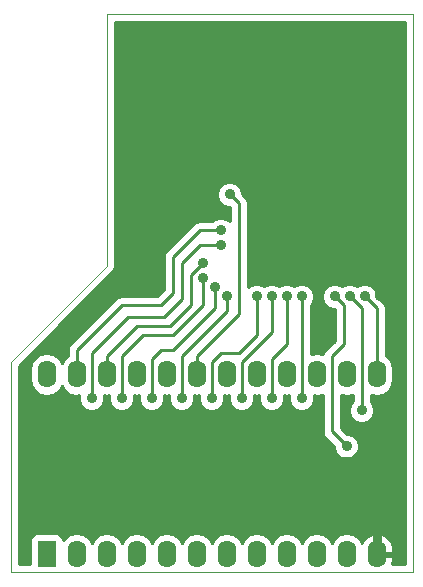
<source format=gbl>
G04 (created by PCBNEW (2013-07-07 BZR 4022)-stable) date 10/10/2019 9:23:04 PM*
%MOIN*%
G04 Gerber Fmt 3.4, Leading zero omitted, Abs format*
%FSLAX34Y34*%
G01*
G70*
G90*
G04 APERTURE LIST*
%ADD10C,0.00590551*%
%ADD11C,0.00393701*%
%ADD12R,0.062X0.09*%
%ADD13O,0.062X0.09*%
%ADD14C,0.035*%
%ADD15C,0.01*%
%ADD16C,0.03*%
G04 APERTURE END LIST*
G54D10*
G54D11*
X77300Y-60200D02*
X75700Y-61800D01*
X77300Y-51800D02*
X77500Y-51800D01*
X77300Y-60200D02*
X77300Y-51800D01*
X87500Y-70400D02*
X74100Y-70400D01*
X74100Y-63400D02*
X74100Y-70400D01*
X75700Y-61800D02*
X74100Y-63400D01*
X87500Y-51800D02*
X77500Y-51800D01*
X87500Y-70400D02*
X87500Y-51800D01*
G54D12*
X75300Y-69800D03*
G54D13*
X76300Y-69800D03*
X77300Y-69800D03*
X78300Y-69800D03*
X79300Y-69800D03*
X80300Y-69800D03*
X81300Y-69800D03*
X82300Y-69800D03*
X83300Y-69800D03*
X84300Y-69800D03*
X85300Y-69800D03*
X86300Y-69800D03*
X86300Y-63800D03*
X85300Y-63800D03*
X84300Y-63800D03*
X83300Y-63800D03*
X82300Y-63800D03*
X81300Y-63800D03*
X80300Y-63800D03*
X79300Y-63800D03*
X78300Y-63800D03*
X77300Y-63800D03*
X76300Y-63800D03*
X75300Y-63800D03*
G54D14*
X83800Y-61200D03*
X83800Y-64600D03*
X82800Y-64600D03*
X83300Y-61200D03*
X81400Y-57800D03*
X81800Y-64600D03*
X82800Y-61200D03*
X80800Y-64600D03*
X82300Y-61200D03*
X79800Y-64600D03*
X81300Y-61200D03*
X80900Y-60900D03*
X78800Y-64600D03*
X77800Y-64600D03*
X80500Y-60600D03*
X76800Y-64600D03*
X81100Y-59500D03*
X81100Y-59000D03*
X80500Y-60100D03*
X85800Y-65000D03*
X85400Y-61200D03*
X84900Y-61200D03*
X85300Y-66200D03*
X85900Y-61200D03*
X75300Y-66000D03*
X86400Y-61200D03*
G54D15*
X83800Y-62700D02*
X83800Y-61200D01*
X83800Y-64600D02*
X83800Y-62700D01*
X82800Y-64600D02*
X82800Y-63300D01*
X83300Y-62800D02*
X83300Y-61200D01*
X82800Y-63300D02*
X83300Y-62800D01*
X81700Y-58400D02*
X81700Y-58100D01*
X80300Y-63800D02*
X80300Y-63200D01*
X81700Y-61800D02*
X81700Y-58500D01*
X80300Y-63200D02*
X81700Y-61800D01*
X81700Y-58400D02*
X81700Y-58500D01*
X81700Y-58100D02*
X81400Y-57800D01*
X81800Y-64600D02*
X81800Y-63400D01*
X82800Y-62400D02*
X82800Y-61200D01*
X81800Y-63400D02*
X82800Y-62400D01*
X80800Y-64600D02*
X80800Y-63400D01*
X80800Y-63400D02*
X81100Y-63100D01*
X81100Y-63100D02*
X81700Y-63100D01*
X81700Y-63100D02*
X82300Y-62500D01*
X82300Y-62500D02*
X82300Y-61200D01*
X79800Y-64600D02*
X79800Y-63200D01*
X81300Y-61700D02*
X81300Y-61200D01*
X79800Y-63200D02*
X81300Y-61700D01*
X80900Y-61600D02*
X80900Y-60900D01*
X79500Y-63000D02*
X80900Y-61600D01*
X79100Y-63000D02*
X79500Y-63000D01*
X78800Y-63300D02*
X79100Y-63000D01*
X78800Y-64600D02*
X78800Y-63300D01*
X77800Y-64600D02*
X77800Y-63200D01*
X77800Y-63200D02*
X78500Y-62500D01*
X78500Y-62500D02*
X79500Y-62500D01*
X79500Y-62500D02*
X80500Y-61500D01*
X80500Y-61500D02*
X80500Y-60600D01*
X79800Y-60100D02*
X80400Y-59500D01*
X80400Y-59500D02*
X81100Y-59500D01*
X76800Y-64600D02*
X76800Y-63100D01*
X76800Y-63100D02*
X78000Y-61900D01*
X78000Y-61900D02*
X79200Y-61900D01*
X79200Y-61900D02*
X79800Y-61300D01*
X79800Y-61300D02*
X79800Y-60200D01*
X79800Y-60200D02*
X79800Y-60100D01*
X79500Y-60000D02*
X79500Y-59900D01*
X76300Y-63000D02*
X76300Y-63800D01*
X79500Y-61100D02*
X79500Y-60000D01*
X79100Y-61500D02*
X79500Y-61100D01*
X77800Y-61500D02*
X79100Y-61500D01*
X76300Y-63000D02*
X77800Y-61500D01*
X80400Y-59000D02*
X81100Y-59000D01*
X79500Y-59900D02*
X80400Y-59000D01*
X80100Y-61500D02*
X80100Y-60500D01*
X77300Y-63200D02*
X77300Y-63800D01*
X79400Y-62200D02*
X80100Y-61500D01*
X78300Y-62200D02*
X79400Y-62200D01*
X77300Y-63200D02*
X78300Y-62200D01*
X80100Y-60500D02*
X80500Y-60100D01*
X85800Y-61600D02*
X85800Y-65000D01*
X85400Y-61200D02*
X85800Y-61600D01*
X84900Y-61200D02*
X85200Y-61500D01*
X85200Y-61500D02*
X85200Y-62800D01*
X85200Y-62800D02*
X84800Y-63200D01*
X84800Y-63200D02*
X84800Y-64600D01*
X84800Y-65700D02*
X84800Y-64600D01*
X85300Y-66200D02*
X84800Y-65700D01*
X86300Y-63800D02*
X86300Y-61600D01*
X86300Y-61600D02*
X85900Y-61200D01*
G54D16*
X86300Y-65900D02*
X85500Y-66700D01*
X76000Y-66700D02*
X75300Y-66000D01*
X85500Y-66700D02*
X76000Y-66700D01*
X86400Y-61200D02*
X87000Y-61200D01*
X86300Y-69800D02*
X86300Y-65900D01*
X87000Y-65200D02*
X87000Y-61200D01*
X86300Y-65900D02*
X87000Y-65200D01*
G54D10*
G36*
X87230Y-70130D02*
X86818Y-70130D01*
X86860Y-69990D01*
X86860Y-69850D01*
X86860Y-69750D01*
X86860Y-69610D01*
X86860Y-63953D01*
X86860Y-63646D01*
X86817Y-63431D01*
X86695Y-63250D01*
X86600Y-63186D01*
X86600Y-61600D01*
X86599Y-61599D01*
X86577Y-61485D01*
X86512Y-61387D01*
X86512Y-61387D01*
X86324Y-61200D01*
X86325Y-61115D01*
X86260Y-60959D01*
X86141Y-60839D01*
X85984Y-60775D01*
X85815Y-60774D01*
X85659Y-60839D01*
X85650Y-60848D01*
X85641Y-60839D01*
X85484Y-60775D01*
X85315Y-60774D01*
X85159Y-60839D01*
X85150Y-60848D01*
X85141Y-60839D01*
X84984Y-60775D01*
X84815Y-60774D01*
X84659Y-60839D01*
X84539Y-60958D01*
X84475Y-61115D01*
X84474Y-61284D01*
X84539Y-61440D01*
X84658Y-61560D01*
X84815Y-61624D01*
X84900Y-61625D01*
X84900Y-62675D01*
X84587Y-62987D01*
X84522Y-63085D01*
X84514Y-63128D01*
X84300Y-63086D01*
X84100Y-63126D01*
X84100Y-62700D01*
X84100Y-61501D01*
X84160Y-61441D01*
X84224Y-61284D01*
X84225Y-61115D01*
X84160Y-60959D01*
X84041Y-60839D01*
X83884Y-60775D01*
X83715Y-60774D01*
X83559Y-60839D01*
X83550Y-60848D01*
X83541Y-60839D01*
X83384Y-60775D01*
X83215Y-60774D01*
X83059Y-60839D01*
X83050Y-60848D01*
X83041Y-60839D01*
X82884Y-60775D01*
X82715Y-60774D01*
X82559Y-60839D01*
X82550Y-60848D01*
X82541Y-60839D01*
X82384Y-60775D01*
X82215Y-60774D01*
X82059Y-60839D01*
X82000Y-60898D01*
X82000Y-58500D01*
X82000Y-58400D01*
X82000Y-58100D01*
X81999Y-58099D01*
X81977Y-57985D01*
X81912Y-57887D01*
X81912Y-57887D01*
X81824Y-57800D01*
X81825Y-57715D01*
X81760Y-57559D01*
X81641Y-57439D01*
X81484Y-57375D01*
X81315Y-57374D01*
X81159Y-57439D01*
X81039Y-57558D01*
X80975Y-57715D01*
X80974Y-57884D01*
X81039Y-58040D01*
X81158Y-58160D01*
X81315Y-58224D01*
X81400Y-58225D01*
X81400Y-58400D01*
X81400Y-58500D01*
X81400Y-58698D01*
X81341Y-58639D01*
X81184Y-58575D01*
X81015Y-58574D01*
X80859Y-58639D01*
X80798Y-58700D01*
X80400Y-58700D01*
X80285Y-58722D01*
X80187Y-58787D01*
X79287Y-59687D01*
X79222Y-59785D01*
X79200Y-59900D01*
X79200Y-60000D01*
X79200Y-60975D01*
X78975Y-61200D01*
X77800Y-61200D01*
X77685Y-61222D01*
X77587Y-61287D01*
X76087Y-62787D01*
X76022Y-62885D01*
X76000Y-63000D01*
X76000Y-63186D01*
X75904Y-63250D01*
X75800Y-63405D01*
X75695Y-63250D01*
X75514Y-63128D01*
X75300Y-63086D01*
X75085Y-63128D01*
X74904Y-63250D01*
X74782Y-63431D01*
X74740Y-63646D01*
X74740Y-63953D01*
X74782Y-64168D01*
X74904Y-64349D01*
X75085Y-64471D01*
X75300Y-64513D01*
X75514Y-64471D01*
X75695Y-64349D01*
X75800Y-64194D01*
X75904Y-64349D01*
X76085Y-64471D01*
X76300Y-64513D01*
X76382Y-64497D01*
X76375Y-64515D01*
X76374Y-64684D01*
X76439Y-64840D01*
X76558Y-64960D01*
X76715Y-65024D01*
X76884Y-65025D01*
X77040Y-64960D01*
X77160Y-64841D01*
X77224Y-64684D01*
X77225Y-64515D01*
X77217Y-64497D01*
X77300Y-64513D01*
X77382Y-64497D01*
X77375Y-64515D01*
X77374Y-64684D01*
X77439Y-64840D01*
X77558Y-64960D01*
X77715Y-65024D01*
X77884Y-65025D01*
X78040Y-64960D01*
X78160Y-64841D01*
X78224Y-64684D01*
X78225Y-64515D01*
X78217Y-64497D01*
X78300Y-64513D01*
X78382Y-64497D01*
X78375Y-64515D01*
X78374Y-64684D01*
X78439Y-64840D01*
X78558Y-64960D01*
X78715Y-65024D01*
X78884Y-65025D01*
X79040Y-64960D01*
X79160Y-64841D01*
X79224Y-64684D01*
X79225Y-64515D01*
X79217Y-64497D01*
X79300Y-64513D01*
X79382Y-64497D01*
X79375Y-64515D01*
X79374Y-64684D01*
X79439Y-64840D01*
X79558Y-64960D01*
X79715Y-65024D01*
X79884Y-65025D01*
X80040Y-64960D01*
X80160Y-64841D01*
X80224Y-64684D01*
X80225Y-64515D01*
X80217Y-64497D01*
X80300Y-64513D01*
X80382Y-64497D01*
X80375Y-64515D01*
X80374Y-64684D01*
X80439Y-64840D01*
X80558Y-64960D01*
X80715Y-65024D01*
X80884Y-65025D01*
X81040Y-64960D01*
X81160Y-64841D01*
X81224Y-64684D01*
X81225Y-64515D01*
X81217Y-64497D01*
X81300Y-64513D01*
X81382Y-64497D01*
X81375Y-64515D01*
X81374Y-64684D01*
X81439Y-64840D01*
X81558Y-64960D01*
X81715Y-65024D01*
X81884Y-65025D01*
X82040Y-64960D01*
X82160Y-64841D01*
X82224Y-64684D01*
X82225Y-64515D01*
X82217Y-64497D01*
X82300Y-64513D01*
X82382Y-64497D01*
X82375Y-64515D01*
X82374Y-64684D01*
X82439Y-64840D01*
X82558Y-64960D01*
X82715Y-65024D01*
X82884Y-65025D01*
X83040Y-64960D01*
X83160Y-64841D01*
X83224Y-64684D01*
X83225Y-64515D01*
X83217Y-64497D01*
X83300Y-64513D01*
X83382Y-64497D01*
X83375Y-64515D01*
X83374Y-64684D01*
X83439Y-64840D01*
X83558Y-64960D01*
X83715Y-65024D01*
X83884Y-65025D01*
X84040Y-64960D01*
X84160Y-64841D01*
X84224Y-64684D01*
X84225Y-64515D01*
X84217Y-64497D01*
X84300Y-64513D01*
X84500Y-64473D01*
X84500Y-64600D01*
X84500Y-65700D01*
X84522Y-65814D01*
X84587Y-65912D01*
X84875Y-66199D01*
X84874Y-66284D01*
X84939Y-66440D01*
X85058Y-66560D01*
X85215Y-66624D01*
X85384Y-66625D01*
X85540Y-66560D01*
X85660Y-66441D01*
X85724Y-66284D01*
X85725Y-66115D01*
X85660Y-65959D01*
X85541Y-65839D01*
X85384Y-65775D01*
X85299Y-65774D01*
X85100Y-65575D01*
X85100Y-64600D01*
X85100Y-64473D01*
X85300Y-64513D01*
X85500Y-64473D01*
X85500Y-64698D01*
X85439Y-64758D01*
X85375Y-64915D01*
X85374Y-65084D01*
X85439Y-65240D01*
X85558Y-65360D01*
X85715Y-65424D01*
X85884Y-65425D01*
X86040Y-65360D01*
X86160Y-65241D01*
X86224Y-65084D01*
X86225Y-64915D01*
X86160Y-64759D01*
X86100Y-64698D01*
X86100Y-64473D01*
X86300Y-64513D01*
X86514Y-64471D01*
X86695Y-64349D01*
X86817Y-64168D01*
X86860Y-63953D01*
X86860Y-69610D01*
X86798Y-69399D01*
X86660Y-69228D01*
X86468Y-69123D01*
X86436Y-69116D01*
X86350Y-69165D01*
X86350Y-69750D01*
X86860Y-69750D01*
X86860Y-69850D01*
X86350Y-69850D01*
X86350Y-69857D01*
X86250Y-69857D01*
X86250Y-69850D01*
X86242Y-69850D01*
X86242Y-69750D01*
X86250Y-69750D01*
X86250Y-69165D01*
X86163Y-69116D01*
X86131Y-69123D01*
X85939Y-69228D01*
X85801Y-69399D01*
X85799Y-69405D01*
X85695Y-69250D01*
X85514Y-69128D01*
X85300Y-69086D01*
X85085Y-69128D01*
X84904Y-69250D01*
X84800Y-69405D01*
X84695Y-69250D01*
X84514Y-69128D01*
X84300Y-69086D01*
X84085Y-69128D01*
X83904Y-69250D01*
X83800Y-69405D01*
X83695Y-69250D01*
X83514Y-69128D01*
X83300Y-69086D01*
X83085Y-69128D01*
X82904Y-69250D01*
X82800Y-69405D01*
X82695Y-69250D01*
X82514Y-69128D01*
X82300Y-69086D01*
X82085Y-69128D01*
X81904Y-69250D01*
X81800Y-69405D01*
X81695Y-69250D01*
X81514Y-69128D01*
X81300Y-69086D01*
X81085Y-69128D01*
X80904Y-69250D01*
X80800Y-69405D01*
X80695Y-69250D01*
X80514Y-69128D01*
X80300Y-69086D01*
X80085Y-69128D01*
X79904Y-69250D01*
X79800Y-69405D01*
X79695Y-69250D01*
X79514Y-69128D01*
X79300Y-69086D01*
X79085Y-69128D01*
X78904Y-69250D01*
X78800Y-69405D01*
X78695Y-69250D01*
X78514Y-69128D01*
X78300Y-69086D01*
X78085Y-69128D01*
X77904Y-69250D01*
X77800Y-69405D01*
X77695Y-69250D01*
X77514Y-69128D01*
X77300Y-69086D01*
X77085Y-69128D01*
X76904Y-69250D01*
X76800Y-69405D01*
X76695Y-69250D01*
X76514Y-69128D01*
X76300Y-69086D01*
X76085Y-69128D01*
X75904Y-69250D01*
X75860Y-69316D01*
X75860Y-69300D01*
X75822Y-69208D01*
X75751Y-69138D01*
X75659Y-69100D01*
X75560Y-69099D01*
X74940Y-69099D01*
X74848Y-69137D01*
X74778Y-69208D01*
X74740Y-69300D01*
X74739Y-69399D01*
X74739Y-70130D01*
X74369Y-70130D01*
X74369Y-63511D01*
X75890Y-61990D01*
X75890Y-61990D01*
X75890Y-61990D01*
X77490Y-60390D01*
X77490Y-60390D01*
X77490Y-60390D01*
X77549Y-60303D01*
X77549Y-60303D01*
X77569Y-60200D01*
X77569Y-60200D01*
X77569Y-52069D01*
X87230Y-52069D01*
X87230Y-70130D01*
X87230Y-70130D01*
G37*
G54D15*
X87230Y-70130D02*
X86818Y-70130D01*
X86860Y-69990D01*
X86860Y-69850D01*
X86860Y-69750D01*
X86860Y-69610D01*
X86860Y-63953D01*
X86860Y-63646D01*
X86817Y-63431D01*
X86695Y-63250D01*
X86600Y-63186D01*
X86600Y-61600D01*
X86599Y-61599D01*
X86577Y-61485D01*
X86512Y-61387D01*
X86512Y-61387D01*
X86324Y-61200D01*
X86325Y-61115D01*
X86260Y-60959D01*
X86141Y-60839D01*
X85984Y-60775D01*
X85815Y-60774D01*
X85659Y-60839D01*
X85650Y-60848D01*
X85641Y-60839D01*
X85484Y-60775D01*
X85315Y-60774D01*
X85159Y-60839D01*
X85150Y-60848D01*
X85141Y-60839D01*
X84984Y-60775D01*
X84815Y-60774D01*
X84659Y-60839D01*
X84539Y-60958D01*
X84475Y-61115D01*
X84474Y-61284D01*
X84539Y-61440D01*
X84658Y-61560D01*
X84815Y-61624D01*
X84900Y-61625D01*
X84900Y-62675D01*
X84587Y-62987D01*
X84522Y-63085D01*
X84514Y-63128D01*
X84300Y-63086D01*
X84100Y-63126D01*
X84100Y-62700D01*
X84100Y-61501D01*
X84160Y-61441D01*
X84224Y-61284D01*
X84225Y-61115D01*
X84160Y-60959D01*
X84041Y-60839D01*
X83884Y-60775D01*
X83715Y-60774D01*
X83559Y-60839D01*
X83550Y-60848D01*
X83541Y-60839D01*
X83384Y-60775D01*
X83215Y-60774D01*
X83059Y-60839D01*
X83050Y-60848D01*
X83041Y-60839D01*
X82884Y-60775D01*
X82715Y-60774D01*
X82559Y-60839D01*
X82550Y-60848D01*
X82541Y-60839D01*
X82384Y-60775D01*
X82215Y-60774D01*
X82059Y-60839D01*
X82000Y-60898D01*
X82000Y-58500D01*
X82000Y-58400D01*
X82000Y-58100D01*
X81999Y-58099D01*
X81977Y-57985D01*
X81912Y-57887D01*
X81912Y-57887D01*
X81824Y-57800D01*
X81825Y-57715D01*
X81760Y-57559D01*
X81641Y-57439D01*
X81484Y-57375D01*
X81315Y-57374D01*
X81159Y-57439D01*
X81039Y-57558D01*
X80975Y-57715D01*
X80974Y-57884D01*
X81039Y-58040D01*
X81158Y-58160D01*
X81315Y-58224D01*
X81400Y-58225D01*
X81400Y-58400D01*
X81400Y-58500D01*
X81400Y-58698D01*
X81341Y-58639D01*
X81184Y-58575D01*
X81015Y-58574D01*
X80859Y-58639D01*
X80798Y-58700D01*
X80400Y-58700D01*
X80285Y-58722D01*
X80187Y-58787D01*
X79287Y-59687D01*
X79222Y-59785D01*
X79200Y-59900D01*
X79200Y-60000D01*
X79200Y-60975D01*
X78975Y-61200D01*
X77800Y-61200D01*
X77685Y-61222D01*
X77587Y-61287D01*
X76087Y-62787D01*
X76022Y-62885D01*
X76000Y-63000D01*
X76000Y-63186D01*
X75904Y-63250D01*
X75800Y-63405D01*
X75695Y-63250D01*
X75514Y-63128D01*
X75300Y-63086D01*
X75085Y-63128D01*
X74904Y-63250D01*
X74782Y-63431D01*
X74740Y-63646D01*
X74740Y-63953D01*
X74782Y-64168D01*
X74904Y-64349D01*
X75085Y-64471D01*
X75300Y-64513D01*
X75514Y-64471D01*
X75695Y-64349D01*
X75800Y-64194D01*
X75904Y-64349D01*
X76085Y-64471D01*
X76300Y-64513D01*
X76382Y-64497D01*
X76375Y-64515D01*
X76374Y-64684D01*
X76439Y-64840D01*
X76558Y-64960D01*
X76715Y-65024D01*
X76884Y-65025D01*
X77040Y-64960D01*
X77160Y-64841D01*
X77224Y-64684D01*
X77225Y-64515D01*
X77217Y-64497D01*
X77300Y-64513D01*
X77382Y-64497D01*
X77375Y-64515D01*
X77374Y-64684D01*
X77439Y-64840D01*
X77558Y-64960D01*
X77715Y-65024D01*
X77884Y-65025D01*
X78040Y-64960D01*
X78160Y-64841D01*
X78224Y-64684D01*
X78225Y-64515D01*
X78217Y-64497D01*
X78300Y-64513D01*
X78382Y-64497D01*
X78375Y-64515D01*
X78374Y-64684D01*
X78439Y-64840D01*
X78558Y-64960D01*
X78715Y-65024D01*
X78884Y-65025D01*
X79040Y-64960D01*
X79160Y-64841D01*
X79224Y-64684D01*
X79225Y-64515D01*
X79217Y-64497D01*
X79300Y-64513D01*
X79382Y-64497D01*
X79375Y-64515D01*
X79374Y-64684D01*
X79439Y-64840D01*
X79558Y-64960D01*
X79715Y-65024D01*
X79884Y-65025D01*
X80040Y-64960D01*
X80160Y-64841D01*
X80224Y-64684D01*
X80225Y-64515D01*
X80217Y-64497D01*
X80300Y-64513D01*
X80382Y-64497D01*
X80375Y-64515D01*
X80374Y-64684D01*
X80439Y-64840D01*
X80558Y-64960D01*
X80715Y-65024D01*
X80884Y-65025D01*
X81040Y-64960D01*
X81160Y-64841D01*
X81224Y-64684D01*
X81225Y-64515D01*
X81217Y-64497D01*
X81300Y-64513D01*
X81382Y-64497D01*
X81375Y-64515D01*
X81374Y-64684D01*
X81439Y-64840D01*
X81558Y-64960D01*
X81715Y-65024D01*
X81884Y-65025D01*
X82040Y-64960D01*
X82160Y-64841D01*
X82224Y-64684D01*
X82225Y-64515D01*
X82217Y-64497D01*
X82300Y-64513D01*
X82382Y-64497D01*
X82375Y-64515D01*
X82374Y-64684D01*
X82439Y-64840D01*
X82558Y-64960D01*
X82715Y-65024D01*
X82884Y-65025D01*
X83040Y-64960D01*
X83160Y-64841D01*
X83224Y-64684D01*
X83225Y-64515D01*
X83217Y-64497D01*
X83300Y-64513D01*
X83382Y-64497D01*
X83375Y-64515D01*
X83374Y-64684D01*
X83439Y-64840D01*
X83558Y-64960D01*
X83715Y-65024D01*
X83884Y-65025D01*
X84040Y-64960D01*
X84160Y-64841D01*
X84224Y-64684D01*
X84225Y-64515D01*
X84217Y-64497D01*
X84300Y-64513D01*
X84500Y-64473D01*
X84500Y-64600D01*
X84500Y-65700D01*
X84522Y-65814D01*
X84587Y-65912D01*
X84875Y-66199D01*
X84874Y-66284D01*
X84939Y-66440D01*
X85058Y-66560D01*
X85215Y-66624D01*
X85384Y-66625D01*
X85540Y-66560D01*
X85660Y-66441D01*
X85724Y-66284D01*
X85725Y-66115D01*
X85660Y-65959D01*
X85541Y-65839D01*
X85384Y-65775D01*
X85299Y-65774D01*
X85100Y-65575D01*
X85100Y-64600D01*
X85100Y-64473D01*
X85300Y-64513D01*
X85500Y-64473D01*
X85500Y-64698D01*
X85439Y-64758D01*
X85375Y-64915D01*
X85374Y-65084D01*
X85439Y-65240D01*
X85558Y-65360D01*
X85715Y-65424D01*
X85884Y-65425D01*
X86040Y-65360D01*
X86160Y-65241D01*
X86224Y-65084D01*
X86225Y-64915D01*
X86160Y-64759D01*
X86100Y-64698D01*
X86100Y-64473D01*
X86300Y-64513D01*
X86514Y-64471D01*
X86695Y-64349D01*
X86817Y-64168D01*
X86860Y-63953D01*
X86860Y-69610D01*
X86798Y-69399D01*
X86660Y-69228D01*
X86468Y-69123D01*
X86436Y-69116D01*
X86350Y-69165D01*
X86350Y-69750D01*
X86860Y-69750D01*
X86860Y-69850D01*
X86350Y-69850D01*
X86350Y-69857D01*
X86250Y-69857D01*
X86250Y-69850D01*
X86242Y-69850D01*
X86242Y-69750D01*
X86250Y-69750D01*
X86250Y-69165D01*
X86163Y-69116D01*
X86131Y-69123D01*
X85939Y-69228D01*
X85801Y-69399D01*
X85799Y-69405D01*
X85695Y-69250D01*
X85514Y-69128D01*
X85300Y-69086D01*
X85085Y-69128D01*
X84904Y-69250D01*
X84800Y-69405D01*
X84695Y-69250D01*
X84514Y-69128D01*
X84300Y-69086D01*
X84085Y-69128D01*
X83904Y-69250D01*
X83800Y-69405D01*
X83695Y-69250D01*
X83514Y-69128D01*
X83300Y-69086D01*
X83085Y-69128D01*
X82904Y-69250D01*
X82800Y-69405D01*
X82695Y-69250D01*
X82514Y-69128D01*
X82300Y-69086D01*
X82085Y-69128D01*
X81904Y-69250D01*
X81800Y-69405D01*
X81695Y-69250D01*
X81514Y-69128D01*
X81300Y-69086D01*
X81085Y-69128D01*
X80904Y-69250D01*
X80800Y-69405D01*
X80695Y-69250D01*
X80514Y-69128D01*
X80300Y-69086D01*
X80085Y-69128D01*
X79904Y-69250D01*
X79800Y-69405D01*
X79695Y-69250D01*
X79514Y-69128D01*
X79300Y-69086D01*
X79085Y-69128D01*
X78904Y-69250D01*
X78800Y-69405D01*
X78695Y-69250D01*
X78514Y-69128D01*
X78300Y-69086D01*
X78085Y-69128D01*
X77904Y-69250D01*
X77800Y-69405D01*
X77695Y-69250D01*
X77514Y-69128D01*
X77300Y-69086D01*
X77085Y-69128D01*
X76904Y-69250D01*
X76800Y-69405D01*
X76695Y-69250D01*
X76514Y-69128D01*
X76300Y-69086D01*
X76085Y-69128D01*
X75904Y-69250D01*
X75860Y-69316D01*
X75860Y-69300D01*
X75822Y-69208D01*
X75751Y-69138D01*
X75659Y-69100D01*
X75560Y-69099D01*
X74940Y-69099D01*
X74848Y-69137D01*
X74778Y-69208D01*
X74740Y-69300D01*
X74739Y-69399D01*
X74739Y-70130D01*
X74369Y-70130D01*
X74369Y-63511D01*
X75890Y-61990D01*
X75890Y-61990D01*
X75890Y-61990D01*
X77490Y-60390D01*
X77490Y-60390D01*
X77490Y-60390D01*
X77549Y-60303D01*
X77549Y-60303D01*
X77569Y-60200D01*
X77569Y-60200D01*
X77569Y-52069D01*
X87230Y-52069D01*
X87230Y-70130D01*
M02*

</source>
